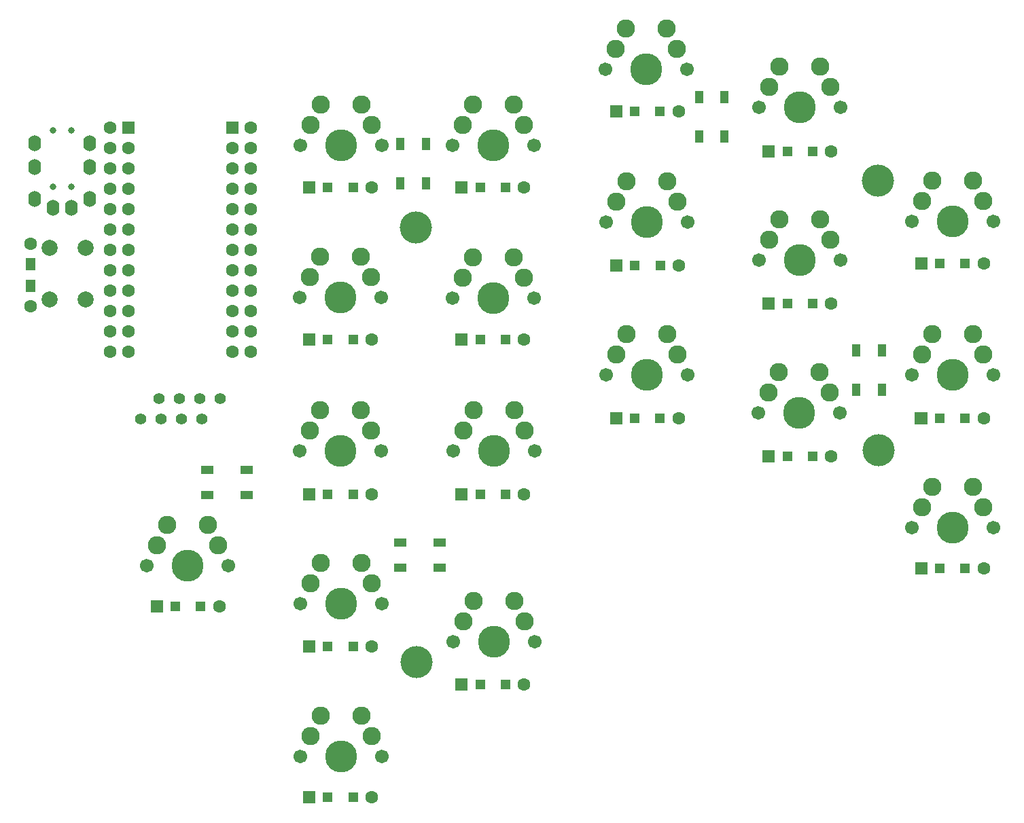
<source format=gbr>
%TF.GenerationSoftware,KiCad,Pcbnew,5.1.10*%
%TF.CreationDate,2021-06-14T18:04:53+02:00*%
%TF.ProjectId,scattered-bat-pcb,73636174-7465-4726-9564-2d6261742d70,rev?*%
%TF.SameCoordinates,Original*%
%TF.FileFunction,Soldermask,Bot*%
%TF.FilePolarity,Negative*%
%FSLAX46Y46*%
G04 Gerber Fmt 4.6, Leading zero omitted, Abs format (unit mm)*
G04 Created by KiCad (PCBNEW 5.1.10) date 2021-06-14 18:04:53*
%MOMM*%
%LPD*%
G01*
G04 APERTURE LIST*
%ADD10C,1.600000*%
%ADD11R,1.600000X1.600000*%
%ADD12C,1.397000*%
%ADD13C,1.701800*%
%ADD14C,2.286000*%
%ADD15C,3.987800*%
%ADD16R,1.200000X1.500000*%
%ADD17R,1.000000X1.500000*%
%ADD18C,0.500000*%
%ADD19C,4.000000*%
%ADD20C,2.000000*%
%ADD21R,1.200000X1.200000*%
%ADD22R,1.500000X1.000000*%
%ADD23O,1.600000X2.000000*%
%ADD24C,0.800000*%
G04 APERTURE END LIST*
D10*
%TO.C,U1*%
X69340000Y-55020000D03*
X69340000Y-57560000D03*
X69340000Y-60100000D03*
X69340000Y-62640000D03*
X69340000Y-65180000D03*
X69340000Y-67720000D03*
X69340000Y-70260000D03*
X69340000Y-72800000D03*
X69340000Y-75340000D03*
X69340000Y-77880000D03*
X69340000Y-80420000D03*
X69340000Y-82960000D03*
X54100000Y-82960000D03*
X54100000Y-80420000D03*
X54100000Y-77880000D03*
X54100000Y-75340000D03*
X54100000Y-72800000D03*
X54100000Y-70260000D03*
X54100000Y-67720000D03*
X54100000Y-65180000D03*
X54100000Y-62640000D03*
X54100000Y-60100000D03*
X54100000Y-57560000D03*
D11*
X54100000Y-55020000D03*
%TD*%
D12*
%TO.C,Brd1*%
X63260000Y-91360000D03*
X60720000Y-91360000D03*
X58180000Y-91360000D03*
X55640000Y-91360000D03*
%TD*%
D13*
%TO.C,K17*%
X75420000Y-76250000D03*
X85580000Y-76250000D03*
D14*
X76690000Y-73710000D03*
D15*
X80500000Y-76250000D03*
D14*
X83040000Y-71170000D03*
X77960000Y-71170000D03*
X84310000Y-73710000D03*
%TD*%
D11*
%TO.C,U1*%
X67030000Y-55040000D03*
D10*
X67030000Y-57580000D03*
X67030000Y-60120000D03*
X67030000Y-62660000D03*
X67030000Y-65200000D03*
X67030000Y-67740000D03*
X67030000Y-70280000D03*
X67030000Y-72820000D03*
X67030000Y-75360000D03*
X67030000Y-77900000D03*
X67030000Y-80440000D03*
X67030000Y-82980000D03*
X51790000Y-82980000D03*
X51790000Y-80440000D03*
X51790000Y-77900000D03*
X51790000Y-75360000D03*
X51790000Y-72820000D03*
X51790000Y-70280000D03*
X51790000Y-67740000D03*
X51790000Y-65200000D03*
X51790000Y-62660000D03*
X51790000Y-60120000D03*
X51790000Y-57580000D03*
X51790000Y-55040000D03*
%TD*%
%TO.C,R1*%
X41920000Y-69490000D03*
X41920000Y-77290000D03*
D16*
X41920000Y-72040000D03*
X41920000Y-74740000D03*
%TD*%
D17*
%TO.C,D38*%
X144740000Y-82850000D03*
X147940000Y-82850000D03*
X144740000Y-87750000D03*
X147940000Y-87750000D03*
%TD*%
D18*
%TO.C,3*%
X91030000Y-120650000D03*
X88910000Y-120650000D03*
X88910000Y-122770000D03*
X91030000Y-122770000D03*
X89970000Y-120210000D03*
X89970000Y-123210000D03*
X88470000Y-121710000D03*
X91470000Y-121710000D03*
D19*
X89970000Y-121710000D03*
%TD*%
D18*
%TO.C,5*%
X148550000Y-60590000D03*
X146430000Y-60590000D03*
X146430000Y-62710000D03*
X148550000Y-62710000D03*
X147490000Y-60150000D03*
X147490000Y-63150000D03*
X145990000Y-61650000D03*
X148990000Y-61650000D03*
D19*
X147490000Y-61650000D03*
%TD*%
D13*
%TO.C,K14*%
X94520000Y-95370000D03*
X104680000Y-95370000D03*
D14*
X95790000Y-92830000D03*
D15*
X99600000Y-95370000D03*
D14*
X102140000Y-90290000D03*
X97060000Y-90290000D03*
X103410000Y-92830000D03*
%TD*%
D18*
%TO.C,6*%
X90970000Y-66390000D03*
X88850000Y-66390000D03*
X88850000Y-68510000D03*
X90970000Y-68510000D03*
X89910000Y-65950000D03*
X89910000Y-68950000D03*
X88410000Y-67450000D03*
X91410000Y-67450000D03*
D19*
X89910000Y-67450000D03*
%TD*%
D20*
%TO.C,K00*%
X44230000Y-69990000D03*
X48730000Y-69990000D03*
X44230000Y-76490000D03*
X48730000Y-76490000D03*
%TD*%
D18*
%TO.C,4*%
X148640000Y-94180000D03*
X146520000Y-94180000D03*
X146520000Y-96300000D03*
X148640000Y-96300000D03*
X147580000Y-93740000D03*
X147580000Y-96740000D03*
X146080000Y-95240000D03*
X149080000Y-95240000D03*
D19*
X147580000Y-95240000D03*
%TD*%
D21*
%TO.C,D23*%
X63075000Y-114750000D03*
X59925000Y-114750000D03*
D11*
X57600000Y-114750000D03*
D10*
X65400000Y-114750000D03*
%TD*%
D21*
%TO.C,D17*%
X82075000Y-81490000D03*
X78925000Y-81490000D03*
D11*
X76600000Y-81490000D03*
D10*
X84400000Y-81490000D03*
%TD*%
D21*
%TO.C,D18*%
X82075000Y-100750000D03*
X78925000Y-100750000D03*
D11*
X76600000Y-100750000D03*
D10*
X84400000Y-100750000D03*
%TD*%
D21*
%TO.C,D19*%
X82075000Y-119750000D03*
X78925000Y-119750000D03*
D11*
X76600000Y-119750000D03*
D10*
X84400000Y-119750000D03*
%TD*%
D21*
%TO.C,D20*%
X82075000Y-138500000D03*
X78925000Y-138500000D03*
D11*
X76600000Y-138500000D03*
D10*
X84400000Y-138500000D03*
%TD*%
D21*
%TO.C,D13*%
X101075000Y-81500000D03*
X97925000Y-81500000D03*
D11*
X95600000Y-81500000D03*
D10*
X103400000Y-81500000D03*
%TD*%
D21*
%TO.C,D14*%
X101075000Y-100750000D03*
X97925000Y-100750000D03*
D11*
X95600000Y-100750000D03*
D10*
X103400000Y-100750000D03*
%TD*%
D21*
%TO.C,D15*%
X101075000Y-124500000D03*
X97925000Y-124500000D03*
D11*
X95600000Y-124500000D03*
D10*
X103400000Y-124500000D03*
%TD*%
D21*
%TO.C,D10*%
X120335000Y-72230000D03*
X117185000Y-72230000D03*
D11*
X114860000Y-72230000D03*
D10*
X122660000Y-72230000D03*
%TD*%
D21*
%TO.C,D11*%
X120325000Y-91250000D03*
X117175000Y-91250000D03*
D11*
X114850000Y-91250000D03*
D10*
X122650000Y-91250000D03*
%TD*%
D21*
%TO.C,D8*%
X139325000Y-96000000D03*
X136175000Y-96000000D03*
D11*
X133850000Y-96000000D03*
D10*
X141650000Y-96000000D03*
%TD*%
D21*
%TO.C,D7*%
X139335000Y-77010000D03*
X136185000Y-77010000D03*
D11*
X133860000Y-77010000D03*
D10*
X141660000Y-77010000D03*
%TD*%
D21*
%TO.C,D4*%
X158315000Y-91250000D03*
X155165000Y-91250000D03*
D11*
X152840000Y-91250000D03*
D10*
X160640000Y-91250000D03*
%TD*%
D21*
%TO.C,D5*%
X158325000Y-109990000D03*
X155175000Y-109990000D03*
D11*
X152850000Y-109990000D03*
D10*
X160650000Y-109990000D03*
%TD*%
D21*
%TO.C,D3*%
X158325000Y-72000000D03*
X155175000Y-72000000D03*
D11*
X152850000Y-72000000D03*
D10*
X160650000Y-72000000D03*
%TD*%
D21*
%TO.C,D6*%
X139325000Y-58000000D03*
X136175000Y-58000000D03*
D11*
X133850000Y-58000000D03*
D10*
X141650000Y-58000000D03*
%TD*%
D21*
%TO.C,D9*%
X120325000Y-53000000D03*
X117175000Y-53000000D03*
D11*
X114850000Y-53000000D03*
D10*
X122650000Y-53000000D03*
%TD*%
D21*
%TO.C,D12*%
X101075000Y-62500000D03*
X97925000Y-62500000D03*
D11*
X95600000Y-62500000D03*
D10*
X103400000Y-62500000D03*
%TD*%
D21*
%TO.C,D16*%
X82075000Y-62510000D03*
X78925000Y-62510000D03*
D11*
X76600000Y-62510000D03*
D10*
X84400000Y-62510000D03*
%TD*%
D13*
%TO.C,K5*%
X151680000Y-104880000D03*
X161840000Y-104880000D03*
D14*
X152950000Y-102340000D03*
D15*
X156760000Y-104880000D03*
D14*
X159300000Y-99800000D03*
X154220000Y-99800000D03*
X160570000Y-102340000D03*
%TD*%
D13*
%TO.C,K8*%
X132610000Y-90610000D03*
X142770000Y-90610000D03*
D14*
X133880000Y-88070000D03*
D15*
X137690000Y-90610000D03*
D14*
X140230000Y-85530000D03*
X135150000Y-85530000D03*
X141500000Y-88070000D03*
%TD*%
D17*
%TO.C,D39*%
X125170000Y-51220000D03*
X128370000Y-51220000D03*
X125170000Y-56120000D03*
X128370000Y-56120000D03*
%TD*%
D22*
%TO.C,D37*%
X92860000Y-106750000D03*
X92860000Y-109950000D03*
X87960000Y-106750000D03*
X87960000Y-109950000D03*
%TD*%
%TO.C,D36*%
X63930000Y-100890000D03*
X63930000Y-97690000D03*
X68830000Y-100890000D03*
X68830000Y-97690000D03*
%TD*%
D17*
%TO.C,D35*%
X87980000Y-57100000D03*
X91180000Y-57100000D03*
X87980000Y-62000000D03*
X91180000Y-62000000D03*
%TD*%
D13*
%TO.C,K4*%
X151680000Y-85840000D03*
X161840000Y-85840000D03*
D14*
X152950000Y-83300000D03*
D15*
X156760000Y-85840000D03*
D14*
X159300000Y-80760000D03*
X154220000Y-80760000D03*
X160570000Y-83300000D03*
%TD*%
D23*
%TO.C,U2*%
X47000000Y-65070000D03*
X42400000Y-63970000D03*
X42400000Y-56970000D03*
D24*
X44700000Y-62370000D03*
X44700000Y-55370000D03*
D23*
X42400000Y-59970000D03*
%TD*%
%TO.C,U2*%
X49290000Y-59970000D03*
D24*
X46990000Y-55370000D03*
X46990000Y-62370000D03*
D23*
X49290000Y-56970000D03*
X49290000Y-63970000D03*
X44690000Y-65070000D03*
%TD*%
D13*
%TO.C,K23*%
X56410000Y-109650000D03*
X66570000Y-109650000D03*
D14*
X57680000Y-107110000D03*
D15*
X61490000Y-109650000D03*
D14*
X64030000Y-104570000D03*
X58950000Y-104570000D03*
X65300000Y-107110000D03*
%TD*%
D13*
%TO.C,K20*%
X75470000Y-133450000D03*
X85630000Y-133450000D03*
D14*
X76740000Y-130910000D03*
D15*
X80550000Y-133450000D03*
D14*
X83090000Y-128370000D03*
X78010000Y-128370000D03*
X84360000Y-130910000D03*
%TD*%
D13*
%TO.C,K19*%
X75470000Y-114420000D03*
X85630000Y-114420000D03*
D14*
X76740000Y-111880000D03*
D15*
X80550000Y-114420000D03*
D14*
X83090000Y-109340000D03*
X78010000Y-109340000D03*
X84360000Y-111880000D03*
%TD*%
D13*
%TO.C,K18*%
X75460000Y-95380000D03*
X85620000Y-95380000D03*
D14*
X76730000Y-92840000D03*
D15*
X80540000Y-95380000D03*
D14*
X83080000Y-90300000D03*
X78000000Y-90300000D03*
X84350000Y-92840000D03*
%TD*%
D13*
%TO.C,K16*%
X75470000Y-57250000D03*
X85630000Y-57250000D03*
D14*
X76740000Y-54710000D03*
D15*
X80550000Y-57250000D03*
D14*
X83090000Y-52170000D03*
X78010000Y-52170000D03*
X84360000Y-54710000D03*
%TD*%
D13*
%TO.C,K15*%
X94540000Y-119150000D03*
X104700000Y-119150000D03*
D14*
X95810000Y-116610000D03*
D15*
X99620000Y-119150000D03*
D14*
X102160000Y-114070000D03*
X97080000Y-114070000D03*
X103430000Y-116610000D03*
%TD*%
D13*
%TO.C,K13*%
X94510000Y-76320000D03*
X104670000Y-76320000D03*
D14*
X95780000Y-73780000D03*
D15*
X99590000Y-76320000D03*
D14*
X102130000Y-71240000D03*
X97050000Y-71240000D03*
X103400000Y-73780000D03*
%TD*%
D13*
%TO.C,K12*%
X94500000Y-57280000D03*
X104660000Y-57280000D03*
D14*
X95770000Y-54740000D03*
D15*
X99580000Y-57280000D03*
D14*
X102120000Y-52200000D03*
X97040000Y-52200000D03*
X103390000Y-54740000D03*
%TD*%
D13*
%TO.C,K11*%
X113580000Y-85830000D03*
X123740000Y-85830000D03*
D14*
X114850000Y-83290000D03*
D15*
X118660000Y-85830000D03*
D14*
X121200000Y-80750000D03*
X116120000Y-80750000D03*
X122470000Y-83290000D03*
%TD*%
D13*
%TO.C,K10*%
X113570000Y-66810000D03*
X123730000Y-66810000D03*
D14*
X114840000Y-64270000D03*
D15*
X118650000Y-66810000D03*
D14*
X121190000Y-61730000D03*
X116110000Y-61730000D03*
X122460000Y-64270000D03*
%TD*%
D13*
%TO.C,K9*%
X113560000Y-47760000D03*
X123720000Y-47760000D03*
D14*
X114830000Y-45220000D03*
D15*
X118640000Y-47760000D03*
D14*
X121180000Y-42680000D03*
X116100000Y-42680000D03*
X122450000Y-45220000D03*
%TD*%
D13*
%TO.C,K7*%
X132620000Y-71540000D03*
X142780000Y-71540000D03*
D14*
X133890000Y-69000000D03*
D15*
X137700000Y-71540000D03*
D14*
X140240000Y-66460000D03*
X135160000Y-66460000D03*
X141510000Y-69000000D03*
%TD*%
D13*
%TO.C,K6*%
X132670000Y-52500000D03*
X142830000Y-52500000D03*
D14*
X133940000Y-49960000D03*
D15*
X137750000Y-52500000D03*
D14*
X140290000Y-47420000D03*
X135210000Y-47420000D03*
X141560000Y-49960000D03*
%TD*%
D13*
%TO.C,K3*%
X151670000Y-66750000D03*
X161830000Y-66750000D03*
D14*
X152940000Y-64210000D03*
D15*
X156750000Y-66750000D03*
D14*
X159290000Y-61670000D03*
X154210000Y-61670000D03*
X160560000Y-64210000D03*
%TD*%
D10*
%TO.C,D23*%
X65400000Y-114750000D03*
D11*
X57600000Y-114750000D03*
%TD*%
D10*
%TO.C,D20*%
X84400000Y-138500000D03*
D11*
X76600000Y-138500000D03*
%TD*%
D10*
%TO.C,D19*%
X84400000Y-119750000D03*
D11*
X76600000Y-119750000D03*
%TD*%
D10*
%TO.C,D18*%
X84400000Y-100750000D03*
D11*
X76600000Y-100750000D03*
%TD*%
D10*
%TO.C,D17*%
X84400000Y-81500000D03*
D11*
X76600000Y-81500000D03*
%TD*%
D10*
%TO.C,D16*%
X84400000Y-62500000D03*
D11*
X76600000Y-62500000D03*
%TD*%
D10*
%TO.C,D15*%
X103400000Y-124500000D03*
D11*
X95600000Y-124500000D03*
%TD*%
D10*
%TO.C,D14*%
X103400000Y-100750000D03*
D11*
X95600000Y-100750000D03*
%TD*%
D10*
%TO.C,D13*%
X103400000Y-81500000D03*
D11*
X95600000Y-81500000D03*
%TD*%
D10*
%TO.C,D12*%
X103400000Y-62500000D03*
D11*
X95600000Y-62500000D03*
%TD*%
D10*
%TO.C,D11*%
X122650000Y-91250000D03*
D11*
X114850000Y-91250000D03*
%TD*%
D10*
%TO.C,D10*%
X122650000Y-72230000D03*
D11*
X114850000Y-72230000D03*
%TD*%
D10*
%TO.C,D9*%
X122650000Y-53000000D03*
D11*
X114850000Y-53000000D03*
%TD*%
D10*
%TO.C,D8*%
X141650000Y-96000000D03*
D11*
X133850000Y-96000000D03*
%TD*%
D10*
%TO.C,D7*%
X141650000Y-77000000D03*
D11*
X133850000Y-77000000D03*
%TD*%
D10*
%TO.C,D6*%
X141650000Y-58000000D03*
D11*
X133850000Y-58000000D03*
%TD*%
D10*
%TO.C,D5*%
X160650000Y-110000000D03*
D11*
X152850000Y-110000000D03*
%TD*%
D10*
%TO.C,D4*%
X160650000Y-91250000D03*
D11*
X152850000Y-91250000D03*
%TD*%
D10*
%TO.C,D3*%
X160650000Y-72000000D03*
D11*
X152850000Y-72000000D03*
%TD*%
D12*
%TO.C,Brd1*%
X57930000Y-88820000D03*
X60470000Y-88820000D03*
X63010000Y-88820000D03*
X65550000Y-88820000D03*
%TD*%
M02*

</source>
